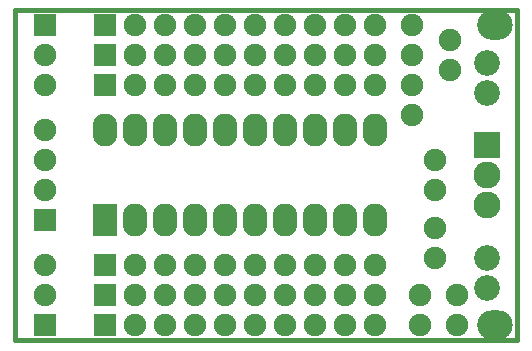
<source format=gbs>
G04 (created by PCBNEW-RS274X (2012-01-19 BZR 3256)-stable) date 1/12/2013 12:18:19 AM*
G01*
G70*
G90*
%MOIN*%
G04 Gerber Fmt 3.4, Leading zero omitted, Abs format*
%FSLAX34Y34*%
G04 APERTURE LIST*
%ADD10C,0.002000*%
%ADD11C,0.015000*%
%ADD12C,0.086000*%
%ADD13R,0.090000X0.090000*%
%ADD14C,0.090000*%
%ADD15O,0.118400X0.098700*%
%ADD16R,0.075000X0.075000*%
%ADD17C,0.075000*%
%ADD18R,0.082000X0.110000*%
%ADD19O,0.082000X0.110000*%
G04 APERTURE END LIST*
G54D10*
G54D11*
X23000Y-21500D02*
X39750Y-21500D01*
X39750Y-21500D02*
X39750Y-32500D01*
X23000Y-32500D02*
X23000Y-21500D01*
X39750Y-32500D02*
X23000Y-32500D01*
G54D12*
X38750Y-23250D03*
X38750Y-24250D03*
X38750Y-30750D03*
X38750Y-29750D03*
G54D13*
X38750Y-26000D03*
G54D14*
X38750Y-27000D03*
X38750Y-28000D03*
G54D15*
X39000Y-32000D03*
X39000Y-22000D03*
G54D16*
X24000Y-28500D03*
G54D17*
X24000Y-27500D03*
X24000Y-26500D03*
X24000Y-25500D03*
G54D16*
X24000Y-22000D03*
G54D17*
X24000Y-23000D03*
X24000Y-24000D03*
G54D16*
X24000Y-32000D03*
G54D17*
X24000Y-31000D03*
X24000Y-30000D03*
G54D16*
X26000Y-30000D03*
G54D17*
X27000Y-30000D03*
X28000Y-30000D03*
X29000Y-30000D03*
X30000Y-30000D03*
X31000Y-30000D03*
X32000Y-30000D03*
X33000Y-30000D03*
X34000Y-30000D03*
X35000Y-30000D03*
G54D16*
X26000Y-24000D03*
G54D17*
X27000Y-24000D03*
X28000Y-24000D03*
X29000Y-24000D03*
X30000Y-24000D03*
X31000Y-24000D03*
X32000Y-24000D03*
X33000Y-24000D03*
X34000Y-24000D03*
X35000Y-24000D03*
G54D16*
X26000Y-23000D03*
G54D17*
X27000Y-23000D03*
X28000Y-23000D03*
X29000Y-23000D03*
X30000Y-23000D03*
X31000Y-23000D03*
X32000Y-23000D03*
X33000Y-23000D03*
X34000Y-23000D03*
X35000Y-23000D03*
G54D16*
X26000Y-31000D03*
G54D17*
X27000Y-31000D03*
X28000Y-31000D03*
X29000Y-31000D03*
X30000Y-31000D03*
X31000Y-31000D03*
X32000Y-31000D03*
X33000Y-31000D03*
X34000Y-31000D03*
X35000Y-31000D03*
G54D16*
X26000Y-32000D03*
G54D17*
X27000Y-32000D03*
X28000Y-32000D03*
X29000Y-32000D03*
X30000Y-32000D03*
X31000Y-32000D03*
X32000Y-32000D03*
X33000Y-32000D03*
X34000Y-32000D03*
X35000Y-32000D03*
G54D16*
X26000Y-22000D03*
G54D17*
X27000Y-22000D03*
X28000Y-22000D03*
X29000Y-22000D03*
X30000Y-22000D03*
X31000Y-22000D03*
X32000Y-22000D03*
X33000Y-22000D03*
X34000Y-22000D03*
X35000Y-22000D03*
G54D18*
X26000Y-28500D03*
G54D19*
X27000Y-28500D03*
X28000Y-28500D03*
X29000Y-28500D03*
X30000Y-28500D03*
X31000Y-28500D03*
X32000Y-28500D03*
X33000Y-28500D03*
X34000Y-28500D03*
X35000Y-28500D03*
X35000Y-25500D03*
X34000Y-25500D03*
X33000Y-25500D03*
X32000Y-25500D03*
X31000Y-25500D03*
X30000Y-25500D03*
X29000Y-25500D03*
X28000Y-25500D03*
X27000Y-25500D03*
X26000Y-25500D03*
G54D17*
X36250Y-25000D03*
X36250Y-24000D03*
X37750Y-32000D03*
X37750Y-31000D03*
X37000Y-28750D03*
X37000Y-29750D03*
X37000Y-26500D03*
X37000Y-27500D03*
X37500Y-22500D03*
X37500Y-23500D03*
X36500Y-31000D03*
X36500Y-32000D03*
X36250Y-23000D03*
X36250Y-22000D03*
M02*

</source>
